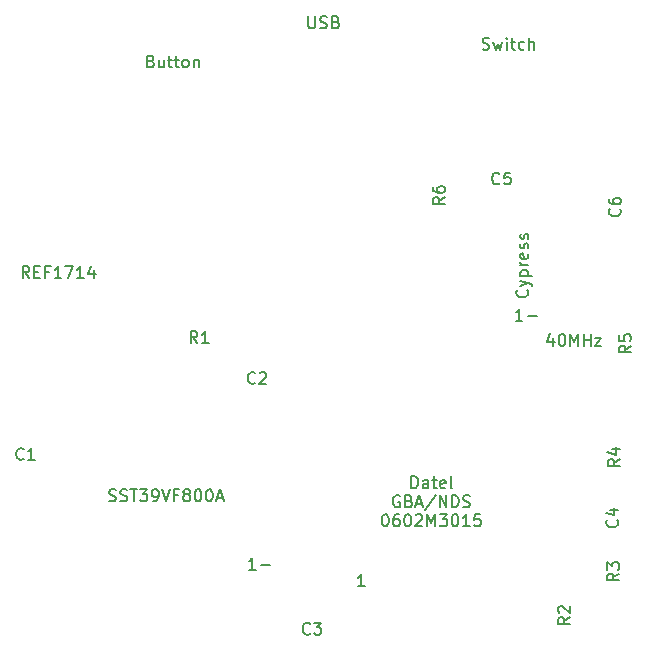
<source format=gbr>
%TF.GenerationSoftware,KiCad,Pcbnew,(6.0.2)*%
%TF.CreationDate,2022-11-15T22:57:49-06:00*%
%TF.ProjectId,REF1714,52454631-3731-4342-9e6b-696361645f70,rev?*%
%TF.SameCoordinates,Original*%
%TF.FileFunction,Legend,Top*%
%TF.FilePolarity,Positive*%
%FSLAX46Y46*%
G04 Gerber Fmt 4.6, Leading zero omitted, Abs format (unit mm)*
G04 Created by KiCad (PCBNEW (6.0.2)) date 2022-11-15 22:57:49*
%MOMM*%
%LPD*%
G01*
G04 APERTURE LIST*
%ADD10C,0.150000*%
G04 APERTURE END LIST*
D10*
X140367333Y-93224380D02*
X140034000Y-92748190D01*
X139795904Y-93224380D02*
X139795904Y-92224380D01*
X140176857Y-92224380D01*
X140272095Y-92272000D01*
X140319714Y-92319619D01*
X140367333Y-92414857D01*
X140367333Y-92557714D01*
X140319714Y-92652952D01*
X140272095Y-92700571D01*
X140176857Y-92748190D01*
X139795904Y-92748190D01*
X141319714Y-93224380D02*
X140748285Y-93224380D01*
X141034000Y-93224380D02*
X141034000Y-92224380D01*
X140938761Y-92367238D01*
X140843523Y-92462476D01*
X140748285Y-92510095D01*
X125660333Y-103027142D02*
X125612714Y-103074761D01*
X125469857Y-103122380D01*
X125374619Y-103122380D01*
X125231761Y-103074761D01*
X125136523Y-102979523D01*
X125088904Y-102884285D01*
X125041285Y-102693809D01*
X125041285Y-102550952D01*
X125088904Y-102360476D01*
X125136523Y-102265238D01*
X125231761Y-102170000D01*
X125374619Y-102122380D01*
X125469857Y-102122380D01*
X125612714Y-102170000D01*
X125660333Y-102217619D01*
X126612714Y-103122380D02*
X126041285Y-103122380D01*
X126327000Y-103122380D02*
X126327000Y-102122380D01*
X126231761Y-102265238D01*
X126136523Y-102360476D01*
X126041285Y-102408095D01*
X165951333Y-79708142D02*
X165903714Y-79755761D01*
X165760857Y-79803380D01*
X165665619Y-79803380D01*
X165522761Y-79755761D01*
X165427523Y-79660523D01*
X165379904Y-79565285D01*
X165332285Y-79374809D01*
X165332285Y-79231952D01*
X165379904Y-79041476D01*
X165427523Y-78946238D01*
X165522761Y-78851000D01*
X165665619Y-78803380D01*
X165760857Y-78803380D01*
X165903714Y-78851000D01*
X165951333Y-78898619D01*
X166856095Y-78803380D02*
X166379904Y-78803380D01*
X166332285Y-79279571D01*
X166379904Y-79231952D01*
X166475142Y-79184333D01*
X166713238Y-79184333D01*
X166808476Y-79231952D01*
X166856095Y-79279571D01*
X166903714Y-79374809D01*
X166903714Y-79612904D01*
X166856095Y-79708142D01*
X166808476Y-79755761D01*
X166713238Y-79803380D01*
X166475142Y-79803380D01*
X166379904Y-79755761D01*
X166332285Y-79708142D01*
X175898142Y-108201666D02*
X175945761Y-108249285D01*
X175993380Y-108392142D01*
X175993380Y-108487380D01*
X175945761Y-108630238D01*
X175850523Y-108725476D01*
X175755285Y-108773095D01*
X175564809Y-108820714D01*
X175421952Y-108820714D01*
X175231476Y-108773095D01*
X175136238Y-108725476D01*
X175041000Y-108630238D01*
X174993380Y-108487380D01*
X174993380Y-108392142D01*
X175041000Y-108249285D01*
X175088619Y-108201666D01*
X175326714Y-107344523D02*
X175993380Y-107344523D01*
X174945761Y-107582619D02*
X175660047Y-107820714D01*
X175660047Y-107201666D01*
X164522714Y-68337761D02*
X164665571Y-68385380D01*
X164903666Y-68385380D01*
X164998904Y-68337761D01*
X165046523Y-68290142D01*
X165094142Y-68194904D01*
X165094142Y-68099666D01*
X165046523Y-68004428D01*
X164998904Y-67956809D01*
X164903666Y-67909190D01*
X164713190Y-67861571D01*
X164617952Y-67813952D01*
X164570333Y-67766333D01*
X164522714Y-67671095D01*
X164522714Y-67575857D01*
X164570333Y-67480619D01*
X164617952Y-67433000D01*
X164713190Y-67385380D01*
X164951285Y-67385380D01*
X165094142Y-67433000D01*
X165427476Y-67718714D02*
X165617952Y-68385380D01*
X165808428Y-67909190D01*
X165998904Y-68385380D01*
X166189380Y-67718714D01*
X166570333Y-68385380D02*
X166570333Y-67718714D01*
X166570333Y-67385380D02*
X166522714Y-67433000D01*
X166570333Y-67480619D01*
X166617952Y-67433000D01*
X166570333Y-67385380D01*
X166570333Y-67480619D01*
X166903666Y-67718714D02*
X167284619Y-67718714D01*
X167046523Y-67385380D02*
X167046523Y-68242523D01*
X167094142Y-68337761D01*
X167189380Y-68385380D01*
X167284619Y-68385380D01*
X168046523Y-68337761D02*
X167951285Y-68385380D01*
X167760809Y-68385380D01*
X167665571Y-68337761D01*
X167617952Y-68290142D01*
X167570333Y-68194904D01*
X167570333Y-67909190D01*
X167617952Y-67813952D01*
X167665571Y-67766333D01*
X167760809Y-67718714D01*
X167951285Y-67718714D01*
X168046523Y-67766333D01*
X168475095Y-68385380D02*
X168475095Y-67385380D01*
X168903666Y-68385380D02*
X168903666Y-67861571D01*
X168856047Y-67766333D01*
X168760809Y-67718714D01*
X168617952Y-67718714D01*
X168522714Y-67766333D01*
X168475095Y-67813952D01*
X176135380Y-103051666D02*
X175659190Y-103385000D01*
X176135380Y-103623095D02*
X175135380Y-103623095D01*
X175135380Y-103242142D01*
X175183000Y-103146904D01*
X175230619Y-103099285D01*
X175325857Y-103051666D01*
X175468714Y-103051666D01*
X175563952Y-103099285D01*
X175611571Y-103146904D01*
X175659190Y-103242142D01*
X175659190Y-103623095D01*
X175468714Y-102194523D02*
X176135380Y-102194523D01*
X175087761Y-102432619D02*
X175802047Y-102670714D01*
X175802047Y-102051666D01*
X145321666Y-112409380D02*
X144750238Y-112409380D01*
X145035952Y-112409380D02*
X145035952Y-111409380D01*
X144940714Y-111552238D01*
X144845476Y-111647476D01*
X144750238Y-111695095D01*
X145750238Y-112028428D02*
X146512142Y-112028428D01*
X168285142Y-88746428D02*
X168332761Y-88794047D01*
X168380380Y-88936904D01*
X168380380Y-89032142D01*
X168332761Y-89175000D01*
X168237523Y-89270238D01*
X168142285Y-89317857D01*
X167951809Y-89365476D01*
X167808952Y-89365476D01*
X167618476Y-89317857D01*
X167523238Y-89270238D01*
X167428000Y-89175000D01*
X167380380Y-89032142D01*
X167380380Y-88936904D01*
X167428000Y-88794047D01*
X167475619Y-88746428D01*
X167713714Y-88413095D02*
X168380380Y-88175000D01*
X167713714Y-87936904D02*
X168380380Y-88175000D01*
X168618476Y-88270238D01*
X168666095Y-88317857D01*
X168713714Y-88413095D01*
X167713714Y-87555952D02*
X168713714Y-87555952D01*
X167761333Y-87555952D02*
X167713714Y-87460714D01*
X167713714Y-87270238D01*
X167761333Y-87175000D01*
X167808952Y-87127380D01*
X167904190Y-87079761D01*
X168189904Y-87079761D01*
X168285142Y-87127380D01*
X168332761Y-87175000D01*
X168380380Y-87270238D01*
X168380380Y-87460714D01*
X168332761Y-87555952D01*
X168380380Y-86651190D02*
X167713714Y-86651190D01*
X167904190Y-86651190D02*
X167808952Y-86603571D01*
X167761333Y-86555952D01*
X167713714Y-86460714D01*
X167713714Y-86365476D01*
X168332761Y-85651190D02*
X168380380Y-85746428D01*
X168380380Y-85936904D01*
X168332761Y-86032142D01*
X168237523Y-86079761D01*
X167856571Y-86079761D01*
X167761333Y-86032142D01*
X167713714Y-85936904D01*
X167713714Y-85746428D01*
X167761333Y-85651190D01*
X167856571Y-85603571D01*
X167951809Y-85603571D01*
X168047047Y-86079761D01*
X168332761Y-85222619D02*
X168380380Y-85127380D01*
X168380380Y-84936904D01*
X168332761Y-84841666D01*
X168237523Y-84794047D01*
X168189904Y-84794047D01*
X168094666Y-84841666D01*
X168047047Y-84936904D01*
X168047047Y-85079761D01*
X167999428Y-85175000D01*
X167904190Y-85222619D01*
X167856571Y-85222619D01*
X167761333Y-85175000D01*
X167713714Y-85079761D01*
X167713714Y-84936904D01*
X167761333Y-84841666D01*
X168332761Y-84413095D02*
X168380380Y-84317857D01*
X168380380Y-84127380D01*
X168332761Y-84032142D01*
X168237523Y-83984523D01*
X168189904Y-83984523D01*
X168094666Y-84032142D01*
X168047047Y-84127380D01*
X168047047Y-84270238D01*
X167999428Y-84365476D01*
X167904190Y-84413095D01*
X167856571Y-84413095D01*
X167761333Y-84365476D01*
X167713714Y-84270238D01*
X167713714Y-84127380D01*
X167761333Y-84032142D01*
X158492523Y-105516380D02*
X158492523Y-104516380D01*
X158730619Y-104516380D01*
X158873476Y-104564000D01*
X158968714Y-104659238D01*
X159016333Y-104754476D01*
X159063952Y-104944952D01*
X159063952Y-105087809D01*
X159016333Y-105278285D01*
X158968714Y-105373523D01*
X158873476Y-105468761D01*
X158730619Y-105516380D01*
X158492523Y-105516380D01*
X159921095Y-105516380D02*
X159921095Y-104992571D01*
X159873476Y-104897333D01*
X159778238Y-104849714D01*
X159587761Y-104849714D01*
X159492523Y-104897333D01*
X159921095Y-105468761D02*
X159825857Y-105516380D01*
X159587761Y-105516380D01*
X159492523Y-105468761D01*
X159444904Y-105373523D01*
X159444904Y-105278285D01*
X159492523Y-105183047D01*
X159587761Y-105135428D01*
X159825857Y-105135428D01*
X159921095Y-105087809D01*
X160254428Y-104849714D02*
X160635380Y-104849714D01*
X160397285Y-104516380D02*
X160397285Y-105373523D01*
X160444904Y-105468761D01*
X160540142Y-105516380D01*
X160635380Y-105516380D01*
X161349666Y-105468761D02*
X161254428Y-105516380D01*
X161063952Y-105516380D01*
X160968714Y-105468761D01*
X160921095Y-105373523D01*
X160921095Y-104992571D01*
X160968714Y-104897333D01*
X161063952Y-104849714D01*
X161254428Y-104849714D01*
X161349666Y-104897333D01*
X161397285Y-104992571D01*
X161397285Y-105087809D01*
X160921095Y-105183047D01*
X161968714Y-105516380D02*
X161873476Y-105468761D01*
X161825857Y-105373523D01*
X161825857Y-104516380D01*
X157492523Y-106174000D02*
X157397285Y-106126380D01*
X157254428Y-106126380D01*
X157111571Y-106174000D01*
X157016333Y-106269238D01*
X156968714Y-106364476D01*
X156921095Y-106554952D01*
X156921095Y-106697809D01*
X156968714Y-106888285D01*
X157016333Y-106983523D01*
X157111571Y-107078761D01*
X157254428Y-107126380D01*
X157349666Y-107126380D01*
X157492523Y-107078761D01*
X157540142Y-107031142D01*
X157540142Y-106697809D01*
X157349666Y-106697809D01*
X158302047Y-106602571D02*
X158444904Y-106650190D01*
X158492523Y-106697809D01*
X158540142Y-106793047D01*
X158540142Y-106935904D01*
X158492523Y-107031142D01*
X158444904Y-107078761D01*
X158349666Y-107126380D01*
X157968714Y-107126380D01*
X157968714Y-106126380D01*
X158302047Y-106126380D01*
X158397285Y-106174000D01*
X158444904Y-106221619D01*
X158492523Y-106316857D01*
X158492523Y-106412095D01*
X158444904Y-106507333D01*
X158397285Y-106554952D01*
X158302047Y-106602571D01*
X157968714Y-106602571D01*
X158921095Y-106840666D02*
X159397285Y-106840666D01*
X158825857Y-107126380D02*
X159159190Y-106126380D01*
X159492523Y-107126380D01*
X160540142Y-106078761D02*
X159683000Y-107364476D01*
X160873476Y-107126380D02*
X160873476Y-106126380D01*
X161444904Y-107126380D01*
X161444904Y-106126380D01*
X161921095Y-107126380D02*
X161921095Y-106126380D01*
X162159190Y-106126380D01*
X162302047Y-106174000D01*
X162397285Y-106269238D01*
X162444904Y-106364476D01*
X162492523Y-106554952D01*
X162492523Y-106697809D01*
X162444904Y-106888285D01*
X162397285Y-106983523D01*
X162302047Y-107078761D01*
X162159190Y-107126380D01*
X161921095Y-107126380D01*
X162873476Y-107078761D02*
X163016333Y-107126380D01*
X163254428Y-107126380D01*
X163349666Y-107078761D01*
X163397285Y-107031142D01*
X163444904Y-106935904D01*
X163444904Y-106840666D01*
X163397285Y-106745428D01*
X163349666Y-106697809D01*
X163254428Y-106650190D01*
X163063952Y-106602571D01*
X162968714Y-106554952D01*
X162921095Y-106507333D01*
X162873476Y-106412095D01*
X162873476Y-106316857D01*
X162921095Y-106221619D01*
X162968714Y-106174000D01*
X163063952Y-106126380D01*
X163302047Y-106126380D01*
X163444904Y-106174000D01*
X156230619Y-107736380D02*
X156325857Y-107736380D01*
X156421095Y-107784000D01*
X156468714Y-107831619D01*
X156516333Y-107926857D01*
X156563952Y-108117333D01*
X156563952Y-108355428D01*
X156516333Y-108545904D01*
X156468714Y-108641142D01*
X156421095Y-108688761D01*
X156325857Y-108736380D01*
X156230619Y-108736380D01*
X156135380Y-108688761D01*
X156087761Y-108641142D01*
X156040142Y-108545904D01*
X155992523Y-108355428D01*
X155992523Y-108117333D01*
X156040142Y-107926857D01*
X156087761Y-107831619D01*
X156135380Y-107784000D01*
X156230619Y-107736380D01*
X157421095Y-107736380D02*
X157230619Y-107736380D01*
X157135380Y-107784000D01*
X157087761Y-107831619D01*
X156992523Y-107974476D01*
X156944904Y-108164952D01*
X156944904Y-108545904D01*
X156992523Y-108641142D01*
X157040142Y-108688761D01*
X157135380Y-108736380D01*
X157325857Y-108736380D01*
X157421095Y-108688761D01*
X157468714Y-108641142D01*
X157516333Y-108545904D01*
X157516333Y-108307809D01*
X157468714Y-108212571D01*
X157421095Y-108164952D01*
X157325857Y-108117333D01*
X157135380Y-108117333D01*
X157040142Y-108164952D01*
X156992523Y-108212571D01*
X156944904Y-108307809D01*
X158135380Y-107736380D02*
X158230619Y-107736380D01*
X158325857Y-107784000D01*
X158373476Y-107831619D01*
X158421095Y-107926857D01*
X158468714Y-108117333D01*
X158468714Y-108355428D01*
X158421095Y-108545904D01*
X158373476Y-108641142D01*
X158325857Y-108688761D01*
X158230619Y-108736380D01*
X158135380Y-108736380D01*
X158040142Y-108688761D01*
X157992523Y-108641142D01*
X157944904Y-108545904D01*
X157897285Y-108355428D01*
X157897285Y-108117333D01*
X157944904Y-107926857D01*
X157992523Y-107831619D01*
X158040142Y-107784000D01*
X158135380Y-107736380D01*
X158849666Y-107831619D02*
X158897285Y-107784000D01*
X158992523Y-107736380D01*
X159230619Y-107736380D01*
X159325857Y-107784000D01*
X159373476Y-107831619D01*
X159421095Y-107926857D01*
X159421095Y-108022095D01*
X159373476Y-108164952D01*
X158802047Y-108736380D01*
X159421095Y-108736380D01*
X159849666Y-108736380D02*
X159849666Y-107736380D01*
X160183000Y-108450666D01*
X160516333Y-107736380D01*
X160516333Y-108736380D01*
X160897285Y-107736380D02*
X161516333Y-107736380D01*
X161183000Y-108117333D01*
X161325857Y-108117333D01*
X161421095Y-108164952D01*
X161468714Y-108212571D01*
X161516333Y-108307809D01*
X161516333Y-108545904D01*
X161468714Y-108641142D01*
X161421095Y-108688761D01*
X161325857Y-108736380D01*
X161040142Y-108736380D01*
X160944904Y-108688761D01*
X160897285Y-108641142D01*
X162135380Y-107736380D02*
X162230619Y-107736380D01*
X162325857Y-107784000D01*
X162373476Y-107831619D01*
X162421095Y-107926857D01*
X162468714Y-108117333D01*
X162468714Y-108355428D01*
X162421095Y-108545904D01*
X162373476Y-108641142D01*
X162325857Y-108688761D01*
X162230619Y-108736380D01*
X162135380Y-108736380D01*
X162040142Y-108688761D01*
X161992523Y-108641142D01*
X161944904Y-108545904D01*
X161897285Y-108355428D01*
X161897285Y-108117333D01*
X161944904Y-107926857D01*
X161992523Y-107831619D01*
X162040142Y-107784000D01*
X162135380Y-107736380D01*
X163421095Y-108736380D02*
X162849666Y-108736380D01*
X163135380Y-108736380D02*
X163135380Y-107736380D01*
X163040142Y-107879238D01*
X162944904Y-107974476D01*
X162849666Y-108022095D01*
X164325857Y-107736380D02*
X163849666Y-107736380D01*
X163802047Y-108212571D01*
X163849666Y-108164952D01*
X163944904Y-108117333D01*
X164183000Y-108117333D01*
X164278238Y-108164952D01*
X164325857Y-108212571D01*
X164373476Y-108307809D01*
X164373476Y-108545904D01*
X164325857Y-108641142D01*
X164278238Y-108688761D01*
X164183000Y-108736380D01*
X163944904Y-108736380D01*
X163849666Y-108688761D01*
X163802047Y-108641142D01*
X176120142Y-81864666D02*
X176167761Y-81912285D01*
X176215380Y-82055142D01*
X176215380Y-82150380D01*
X176167761Y-82293238D01*
X176072523Y-82388476D01*
X175977285Y-82436095D01*
X175786809Y-82483714D01*
X175643952Y-82483714D01*
X175453476Y-82436095D01*
X175358238Y-82388476D01*
X175263000Y-82293238D01*
X175215380Y-82150380D01*
X175215380Y-82055142D01*
X175263000Y-81912285D01*
X175310619Y-81864666D01*
X175215380Y-81007523D02*
X175215380Y-81198000D01*
X175263000Y-81293238D01*
X175310619Y-81340857D01*
X175453476Y-81436095D01*
X175643952Y-81483714D01*
X176024904Y-81483714D01*
X176120142Y-81436095D01*
X176167761Y-81388476D01*
X176215380Y-81293238D01*
X176215380Y-81102761D01*
X176167761Y-81007523D01*
X176120142Y-80959904D01*
X176024904Y-80912285D01*
X175786809Y-80912285D01*
X175691571Y-80959904D01*
X175643952Y-81007523D01*
X175596333Y-81102761D01*
X175596333Y-81293238D01*
X175643952Y-81388476D01*
X175691571Y-81436095D01*
X175786809Y-81483714D01*
X154547714Y-113818380D02*
X153976285Y-113818380D01*
X154262000Y-113818380D02*
X154262000Y-112818380D01*
X154166761Y-112961238D01*
X154071523Y-113056476D01*
X153976285Y-113104095D01*
X161312380Y-80894666D02*
X160836190Y-81228000D01*
X161312380Y-81466095D02*
X160312380Y-81466095D01*
X160312380Y-81085142D01*
X160360000Y-80989904D01*
X160407619Y-80942285D01*
X160502857Y-80894666D01*
X160645714Y-80894666D01*
X160740952Y-80942285D01*
X160788571Y-80989904D01*
X160836190Y-81085142D01*
X160836190Y-81466095D01*
X160312380Y-80037523D02*
X160312380Y-80228000D01*
X160360000Y-80323238D01*
X160407619Y-80370857D01*
X160550476Y-80466095D01*
X160740952Y-80513714D01*
X161121904Y-80513714D01*
X161217142Y-80466095D01*
X161264761Y-80418476D01*
X161312380Y-80323238D01*
X161312380Y-80132761D01*
X161264761Y-80037523D01*
X161217142Y-79989904D01*
X161121904Y-79942285D01*
X160883809Y-79942285D01*
X160788571Y-79989904D01*
X160740952Y-80037523D01*
X160693333Y-80132761D01*
X160693333Y-80323238D01*
X160740952Y-80418476D01*
X160788571Y-80466095D01*
X160883809Y-80513714D01*
X167898666Y-91334380D02*
X167327238Y-91334380D01*
X167612952Y-91334380D02*
X167612952Y-90334380D01*
X167517714Y-90477238D01*
X167422476Y-90572476D01*
X167327238Y-90620095D01*
X168327238Y-90953428D02*
X169089142Y-90953428D01*
X149923333Y-117822142D02*
X149875714Y-117869761D01*
X149732857Y-117917380D01*
X149637619Y-117917380D01*
X149494761Y-117869761D01*
X149399523Y-117774523D01*
X149351904Y-117679285D01*
X149304285Y-117488809D01*
X149304285Y-117345952D01*
X149351904Y-117155476D01*
X149399523Y-117060238D01*
X149494761Y-116965000D01*
X149637619Y-116917380D01*
X149732857Y-116917380D01*
X149875714Y-116965000D01*
X149923333Y-117012619D01*
X150256666Y-116917380D02*
X150875714Y-116917380D01*
X150542380Y-117298333D01*
X150685238Y-117298333D01*
X150780476Y-117345952D01*
X150828095Y-117393571D01*
X150875714Y-117488809D01*
X150875714Y-117726904D01*
X150828095Y-117822142D01*
X150780476Y-117869761D01*
X150685238Y-117917380D01*
X150399523Y-117917380D01*
X150304285Y-117869761D01*
X150256666Y-117822142D01*
X145258333Y-96601142D02*
X145210714Y-96648761D01*
X145067857Y-96696380D01*
X144972619Y-96696380D01*
X144829761Y-96648761D01*
X144734523Y-96553523D01*
X144686904Y-96458285D01*
X144639285Y-96267809D01*
X144639285Y-96124952D01*
X144686904Y-95934476D01*
X144734523Y-95839238D01*
X144829761Y-95744000D01*
X144972619Y-95696380D01*
X145067857Y-95696380D01*
X145210714Y-95744000D01*
X145258333Y-95791619D01*
X145639285Y-95791619D02*
X145686904Y-95744000D01*
X145782142Y-95696380D01*
X146020238Y-95696380D01*
X146115476Y-95744000D01*
X146163095Y-95791619D01*
X146210714Y-95886857D01*
X146210714Y-95982095D01*
X146163095Y-96124952D01*
X145591666Y-96696380D01*
X146210714Y-96696380D01*
X176076380Y-112747666D02*
X175600190Y-113081000D01*
X176076380Y-113319095D02*
X175076380Y-113319095D01*
X175076380Y-112938142D01*
X175124000Y-112842904D01*
X175171619Y-112795285D01*
X175266857Y-112747666D01*
X175409714Y-112747666D01*
X175504952Y-112795285D01*
X175552571Y-112842904D01*
X175600190Y-112938142D01*
X175600190Y-113319095D01*
X175076380Y-112414333D02*
X175076380Y-111795285D01*
X175457333Y-112128619D01*
X175457333Y-111985761D01*
X175504952Y-111890523D01*
X175552571Y-111842904D01*
X175647809Y-111795285D01*
X175885904Y-111795285D01*
X175981142Y-111842904D01*
X176028761Y-111890523D01*
X176076380Y-111985761D01*
X176076380Y-112271476D01*
X176028761Y-112366714D01*
X175981142Y-112414333D01*
X136430857Y-69373571D02*
X136573714Y-69421190D01*
X136621333Y-69468809D01*
X136668952Y-69564047D01*
X136668952Y-69706904D01*
X136621333Y-69802142D01*
X136573714Y-69849761D01*
X136478476Y-69897380D01*
X136097523Y-69897380D01*
X136097523Y-68897380D01*
X136430857Y-68897380D01*
X136526095Y-68945000D01*
X136573714Y-68992619D01*
X136621333Y-69087857D01*
X136621333Y-69183095D01*
X136573714Y-69278333D01*
X136526095Y-69325952D01*
X136430857Y-69373571D01*
X136097523Y-69373571D01*
X137526095Y-69230714D02*
X137526095Y-69897380D01*
X137097523Y-69230714D02*
X137097523Y-69754523D01*
X137145142Y-69849761D01*
X137240380Y-69897380D01*
X137383238Y-69897380D01*
X137478476Y-69849761D01*
X137526095Y-69802142D01*
X137859428Y-69230714D02*
X138240380Y-69230714D01*
X138002285Y-68897380D02*
X138002285Y-69754523D01*
X138049904Y-69849761D01*
X138145142Y-69897380D01*
X138240380Y-69897380D01*
X138430857Y-69230714D02*
X138811809Y-69230714D01*
X138573714Y-68897380D02*
X138573714Y-69754523D01*
X138621333Y-69849761D01*
X138716571Y-69897380D01*
X138811809Y-69897380D01*
X139288000Y-69897380D02*
X139192761Y-69849761D01*
X139145142Y-69802142D01*
X139097523Y-69706904D01*
X139097523Y-69421190D01*
X139145142Y-69325952D01*
X139192761Y-69278333D01*
X139288000Y-69230714D01*
X139430857Y-69230714D01*
X139526095Y-69278333D01*
X139573714Y-69325952D01*
X139621333Y-69421190D01*
X139621333Y-69706904D01*
X139573714Y-69802142D01*
X139526095Y-69849761D01*
X139430857Y-69897380D01*
X139288000Y-69897380D01*
X140049904Y-69230714D02*
X140049904Y-69897380D01*
X140049904Y-69325952D02*
X140097523Y-69278333D01*
X140192761Y-69230714D01*
X140335619Y-69230714D01*
X140430857Y-69278333D01*
X140478476Y-69373571D01*
X140478476Y-69897380D01*
X170482285Y-92803714D02*
X170482285Y-93470380D01*
X170244190Y-92422761D02*
X170006095Y-93137047D01*
X170625142Y-93137047D01*
X171196571Y-92470380D02*
X171291809Y-92470380D01*
X171387047Y-92518000D01*
X171434666Y-92565619D01*
X171482285Y-92660857D01*
X171529904Y-92851333D01*
X171529904Y-93089428D01*
X171482285Y-93279904D01*
X171434666Y-93375142D01*
X171387047Y-93422761D01*
X171291809Y-93470380D01*
X171196571Y-93470380D01*
X171101333Y-93422761D01*
X171053714Y-93375142D01*
X171006095Y-93279904D01*
X170958476Y-93089428D01*
X170958476Y-92851333D01*
X171006095Y-92660857D01*
X171053714Y-92565619D01*
X171101333Y-92518000D01*
X171196571Y-92470380D01*
X171958476Y-93470380D02*
X171958476Y-92470380D01*
X172291809Y-93184666D01*
X172625142Y-92470380D01*
X172625142Y-93470380D01*
X173101333Y-93470380D02*
X173101333Y-92470380D01*
X173101333Y-92946571D02*
X173672761Y-92946571D01*
X173672761Y-93470380D02*
X173672761Y-92470380D01*
X174053714Y-92803714D02*
X174577523Y-92803714D01*
X174053714Y-93470380D01*
X174577523Y-93470380D01*
X177078380Y-93452666D02*
X176602190Y-93786000D01*
X177078380Y-94024095D02*
X176078380Y-94024095D01*
X176078380Y-93643142D01*
X176126000Y-93547904D01*
X176173619Y-93500285D01*
X176268857Y-93452666D01*
X176411714Y-93452666D01*
X176506952Y-93500285D01*
X176554571Y-93547904D01*
X176602190Y-93643142D01*
X176602190Y-94024095D01*
X176078380Y-92547904D02*
X176078380Y-93024095D01*
X176554571Y-93071714D01*
X176506952Y-93024095D01*
X176459333Y-92928857D01*
X176459333Y-92690761D01*
X176506952Y-92595523D01*
X176554571Y-92547904D01*
X176649809Y-92500285D01*
X176887904Y-92500285D01*
X176983142Y-92547904D01*
X177030761Y-92595523D01*
X177078380Y-92690761D01*
X177078380Y-92928857D01*
X177030761Y-93024095D01*
X176983142Y-93071714D01*
X149766095Y-65583380D02*
X149766095Y-66392904D01*
X149813714Y-66488142D01*
X149861333Y-66535761D01*
X149956571Y-66583380D01*
X150147047Y-66583380D01*
X150242285Y-66535761D01*
X150289904Y-66488142D01*
X150337523Y-66392904D01*
X150337523Y-65583380D01*
X150766095Y-66535761D02*
X150908952Y-66583380D01*
X151147047Y-66583380D01*
X151242285Y-66535761D01*
X151289904Y-66488142D01*
X151337523Y-66392904D01*
X151337523Y-66297666D01*
X151289904Y-66202428D01*
X151242285Y-66154809D01*
X151147047Y-66107190D01*
X150956571Y-66059571D01*
X150861333Y-66011952D01*
X150813714Y-65964333D01*
X150766095Y-65869095D01*
X150766095Y-65773857D01*
X150813714Y-65678619D01*
X150861333Y-65631000D01*
X150956571Y-65583380D01*
X151194666Y-65583380D01*
X151337523Y-65631000D01*
X152099428Y-66059571D02*
X152242285Y-66107190D01*
X152289904Y-66154809D01*
X152337523Y-66250047D01*
X152337523Y-66392904D01*
X152289904Y-66488142D01*
X152242285Y-66535761D01*
X152147047Y-66583380D01*
X151766095Y-66583380D01*
X151766095Y-65583380D01*
X152099428Y-65583380D01*
X152194666Y-65631000D01*
X152242285Y-65678619D01*
X152289904Y-65773857D01*
X152289904Y-65869095D01*
X152242285Y-65964333D01*
X152194666Y-66011952D01*
X152099428Y-66059571D01*
X151766095Y-66059571D01*
X171920380Y-116453666D02*
X171444190Y-116787000D01*
X171920380Y-117025095D02*
X170920380Y-117025095D01*
X170920380Y-116644142D01*
X170968000Y-116548904D01*
X171015619Y-116501285D01*
X171110857Y-116453666D01*
X171253714Y-116453666D01*
X171348952Y-116501285D01*
X171396571Y-116548904D01*
X171444190Y-116644142D01*
X171444190Y-117025095D01*
X171015619Y-116072714D02*
X170968000Y-116025095D01*
X170920380Y-115929857D01*
X170920380Y-115691761D01*
X170968000Y-115596523D01*
X171015619Y-115548904D01*
X171110857Y-115501285D01*
X171206095Y-115501285D01*
X171348952Y-115548904D01*
X171920380Y-116120333D01*
X171920380Y-115501285D01*
X126141809Y-87723380D02*
X125808476Y-87247190D01*
X125570380Y-87723380D02*
X125570380Y-86723380D01*
X125951333Y-86723380D01*
X126046571Y-86771000D01*
X126094190Y-86818619D01*
X126141809Y-86913857D01*
X126141809Y-87056714D01*
X126094190Y-87151952D01*
X126046571Y-87199571D01*
X125951333Y-87247190D01*
X125570380Y-87247190D01*
X126570380Y-87199571D02*
X126903714Y-87199571D01*
X127046571Y-87723380D02*
X126570380Y-87723380D01*
X126570380Y-86723380D01*
X127046571Y-86723380D01*
X127808476Y-87199571D02*
X127475142Y-87199571D01*
X127475142Y-87723380D02*
X127475142Y-86723380D01*
X127951333Y-86723380D01*
X128856095Y-87723380D02*
X128284666Y-87723380D01*
X128570380Y-87723380D02*
X128570380Y-86723380D01*
X128475142Y-86866238D01*
X128379904Y-86961476D01*
X128284666Y-87009095D01*
X129189428Y-86723380D02*
X129856095Y-86723380D01*
X129427523Y-87723380D01*
X130760857Y-87723380D02*
X130189428Y-87723380D01*
X130475142Y-87723380D02*
X130475142Y-86723380D01*
X130379904Y-86866238D01*
X130284666Y-86961476D01*
X130189428Y-87009095D01*
X131618000Y-87056714D02*
X131618000Y-87723380D01*
X131379904Y-86675761D02*
X131141809Y-87390047D01*
X131760857Y-87390047D01*
%TO.C,U1*%
X132899476Y-106577761D02*
X133042333Y-106625380D01*
X133280428Y-106625380D01*
X133375666Y-106577761D01*
X133423285Y-106530142D01*
X133470904Y-106434904D01*
X133470904Y-106339666D01*
X133423285Y-106244428D01*
X133375666Y-106196809D01*
X133280428Y-106149190D01*
X133089952Y-106101571D01*
X132994714Y-106053952D01*
X132947095Y-106006333D01*
X132899476Y-105911095D01*
X132899476Y-105815857D01*
X132947095Y-105720619D01*
X132994714Y-105673000D01*
X133089952Y-105625380D01*
X133328047Y-105625380D01*
X133470904Y-105673000D01*
X133851857Y-106577761D02*
X133994714Y-106625380D01*
X134232809Y-106625380D01*
X134328047Y-106577761D01*
X134375666Y-106530142D01*
X134423285Y-106434904D01*
X134423285Y-106339666D01*
X134375666Y-106244428D01*
X134328047Y-106196809D01*
X134232809Y-106149190D01*
X134042333Y-106101571D01*
X133947095Y-106053952D01*
X133899476Y-106006333D01*
X133851857Y-105911095D01*
X133851857Y-105815857D01*
X133899476Y-105720619D01*
X133947095Y-105673000D01*
X134042333Y-105625380D01*
X134280428Y-105625380D01*
X134423285Y-105673000D01*
X134709000Y-105625380D02*
X135280428Y-105625380D01*
X134994714Y-106625380D02*
X134994714Y-105625380D01*
X135518523Y-105625380D02*
X136137571Y-105625380D01*
X135804238Y-106006333D01*
X135947095Y-106006333D01*
X136042333Y-106053952D01*
X136089952Y-106101571D01*
X136137571Y-106196809D01*
X136137571Y-106434904D01*
X136089952Y-106530142D01*
X136042333Y-106577761D01*
X135947095Y-106625380D01*
X135661380Y-106625380D01*
X135566142Y-106577761D01*
X135518523Y-106530142D01*
X136613761Y-106625380D02*
X136804238Y-106625380D01*
X136899476Y-106577761D01*
X136947095Y-106530142D01*
X137042333Y-106387285D01*
X137089952Y-106196809D01*
X137089952Y-105815857D01*
X137042333Y-105720619D01*
X136994714Y-105673000D01*
X136899476Y-105625380D01*
X136709000Y-105625380D01*
X136613761Y-105673000D01*
X136566142Y-105720619D01*
X136518523Y-105815857D01*
X136518523Y-106053952D01*
X136566142Y-106149190D01*
X136613761Y-106196809D01*
X136709000Y-106244428D01*
X136899476Y-106244428D01*
X136994714Y-106196809D01*
X137042333Y-106149190D01*
X137089952Y-106053952D01*
X137375666Y-105625380D02*
X137709000Y-106625380D01*
X138042333Y-105625380D01*
X138709000Y-106101571D02*
X138375666Y-106101571D01*
X138375666Y-106625380D02*
X138375666Y-105625380D01*
X138851857Y-105625380D01*
X139375666Y-106053952D02*
X139280428Y-106006333D01*
X139232809Y-105958714D01*
X139185190Y-105863476D01*
X139185190Y-105815857D01*
X139232809Y-105720619D01*
X139280428Y-105673000D01*
X139375666Y-105625380D01*
X139566142Y-105625380D01*
X139661380Y-105673000D01*
X139709000Y-105720619D01*
X139756619Y-105815857D01*
X139756619Y-105863476D01*
X139709000Y-105958714D01*
X139661380Y-106006333D01*
X139566142Y-106053952D01*
X139375666Y-106053952D01*
X139280428Y-106101571D01*
X139232809Y-106149190D01*
X139185190Y-106244428D01*
X139185190Y-106434904D01*
X139232809Y-106530142D01*
X139280428Y-106577761D01*
X139375666Y-106625380D01*
X139566142Y-106625380D01*
X139661380Y-106577761D01*
X139709000Y-106530142D01*
X139756619Y-106434904D01*
X139756619Y-106244428D01*
X139709000Y-106149190D01*
X139661380Y-106101571D01*
X139566142Y-106053952D01*
X140375666Y-105625380D02*
X140470904Y-105625380D01*
X140566142Y-105673000D01*
X140613761Y-105720619D01*
X140661380Y-105815857D01*
X140709000Y-106006333D01*
X140709000Y-106244428D01*
X140661380Y-106434904D01*
X140613761Y-106530142D01*
X140566142Y-106577761D01*
X140470904Y-106625380D01*
X140375666Y-106625380D01*
X140280428Y-106577761D01*
X140232809Y-106530142D01*
X140185190Y-106434904D01*
X140137571Y-106244428D01*
X140137571Y-106006333D01*
X140185190Y-105815857D01*
X140232809Y-105720619D01*
X140280428Y-105673000D01*
X140375666Y-105625380D01*
X141328047Y-105625380D02*
X141423285Y-105625380D01*
X141518523Y-105673000D01*
X141566142Y-105720619D01*
X141613761Y-105815857D01*
X141661380Y-106006333D01*
X141661380Y-106244428D01*
X141613761Y-106434904D01*
X141566142Y-106530142D01*
X141518523Y-106577761D01*
X141423285Y-106625380D01*
X141328047Y-106625380D01*
X141232809Y-106577761D01*
X141185190Y-106530142D01*
X141137571Y-106434904D01*
X141089952Y-106244428D01*
X141089952Y-106006333D01*
X141137571Y-105815857D01*
X141185190Y-105720619D01*
X141232809Y-105673000D01*
X141328047Y-105625380D01*
X142042333Y-106339666D02*
X142518523Y-106339666D01*
X141947095Y-106625380D02*
X142280428Y-105625380D01*
X142613761Y-106625380D01*
%TD*%
M02*

</source>
